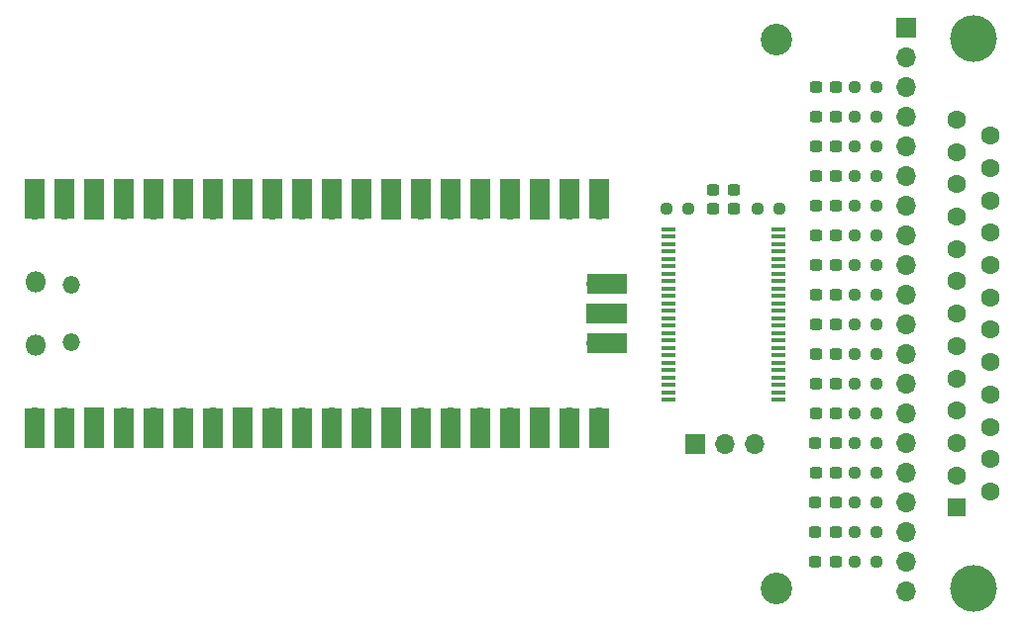
<source format=gbr>
%TF.GenerationSoftware,KiCad,Pcbnew,6.0.10-86aedd382b~118~ubuntu20.04.1*%
%TF.CreationDate,2022-12-31T17:49:26-08:00*%
%TF.ProjectId,parallel2usb,70617261-6c6c-4656-9c32-7573622e6b69,rev?*%
%TF.SameCoordinates,Original*%
%TF.FileFunction,Soldermask,Top*%
%TF.FilePolarity,Negative*%
%FSLAX46Y46*%
G04 Gerber Fmt 4.6, Leading zero omitted, Abs format (unit mm)*
G04 Created by KiCad (PCBNEW 6.0.10-86aedd382b~118~ubuntu20.04.1) date 2022-12-31 17:49:26*
%MOMM*%
%LPD*%
G01*
G04 APERTURE LIST*
G04 Aperture macros list*
%AMRoundRect*
0 Rectangle with rounded corners*
0 $1 Rounding radius*
0 $2 $3 $4 $5 $6 $7 $8 $9 X,Y pos of 4 corners*
0 Add a 4 corners polygon primitive as box body*
4,1,4,$2,$3,$4,$5,$6,$7,$8,$9,$2,$3,0*
0 Add four circle primitives for the rounded corners*
1,1,$1+$1,$2,$3*
1,1,$1+$1,$4,$5*
1,1,$1+$1,$6,$7*
1,1,$1+$1,$8,$9*
0 Add four rect primitives between the rounded corners*
20,1,$1+$1,$2,$3,$4,$5,0*
20,1,$1+$1,$4,$5,$6,$7,0*
20,1,$1+$1,$6,$7,$8,$9,0*
20,1,$1+$1,$8,$9,$2,$3,0*%
G04 Aperture macros list end*
%ADD10RoundRect,0.237500X0.300000X0.237500X-0.300000X0.237500X-0.300000X-0.237500X0.300000X-0.237500X0*%
%ADD11RoundRect,0.237500X-0.300000X-0.237500X0.300000X-0.237500X0.300000X0.237500X-0.300000X0.237500X0*%
%ADD12C,2.700000*%
%ADD13RoundRect,0.237500X0.250000X0.237500X-0.250000X0.237500X-0.250000X-0.237500X0.250000X-0.237500X0*%
%ADD14O,1.500000X1.500000*%
%ADD15O,1.800000X1.800000*%
%ADD16O,1.700000X1.700000*%
%ADD17R,1.700000X3.500000*%
%ADD18R,1.700000X1.700000*%
%ADD19R,3.500000X1.700000*%
%ADD20R,1.200000X0.400000*%
%ADD21C,4.000000*%
%ADD22R,1.600000X1.600000*%
%ADD23C,1.600000*%
%ADD24RoundRect,0.237500X-0.250000X-0.237500X0.250000X-0.237500X0.250000X0.237500X-0.250000X0.237500X0*%
G04 APERTURE END LIST*
D10*
%TO.C,C3*%
X188722000Y-82169000D03*
X186997000Y-82169000D03*
%TD*%
D11*
%TO.C,C19*%
X178234000Y-91033600D03*
X179959000Y-91033600D03*
%TD*%
D10*
%TO.C,C16*%
X188698500Y-112649000D03*
X186973500Y-112649000D03*
%TD*%
%TO.C,C17*%
X188696600Y-117729000D03*
X186971600Y-117729000D03*
%TD*%
D12*
%TO.C,H1*%
X183642000Y-78105000D03*
%TD*%
D13*
%TO.C,R9*%
X192151000Y-82169000D03*
X190326000Y-82169000D03*
%TD*%
D10*
%TO.C,C15*%
X188719800Y-115189000D03*
X186994800Y-115189000D03*
%TD*%
%TO.C,C12*%
X188722000Y-89789000D03*
X186997000Y-89789000D03*
%TD*%
D13*
%TO.C,R3*%
X192151000Y-97409000D03*
X190326000Y-97409000D03*
%TD*%
%TO.C,R12*%
X192151000Y-89789000D03*
X190326000Y-89789000D03*
%TD*%
D10*
%TO.C,C5*%
X188722000Y-97409000D03*
X186997000Y-97409000D03*
%TD*%
%TO.C,C11*%
X188722000Y-102489000D03*
X186997000Y-102489000D03*
%TD*%
D13*
%TO.C,R11*%
X192151000Y-87249000D03*
X190326000Y-87249000D03*
%TD*%
D14*
%TO.C,U2*%
X123354200Y-104025000D03*
X123354200Y-99175000D03*
D15*
X120324200Y-98875000D03*
X120324200Y-104325000D03*
D16*
X120194200Y-110490000D03*
D17*
X120194200Y-111390000D03*
X122734200Y-111390000D03*
D16*
X122734200Y-110490000D03*
D18*
X125274200Y-110490000D03*
D17*
X125274200Y-111390000D03*
X127814200Y-111390000D03*
D16*
X127814200Y-110490000D03*
X130354200Y-110490000D03*
D17*
X130354200Y-111390000D03*
X132894200Y-111390000D03*
D16*
X132894200Y-110490000D03*
X135434200Y-110490000D03*
D17*
X135434200Y-111390000D03*
D18*
X137974200Y-110490000D03*
D17*
X137974200Y-111390000D03*
D16*
X140514200Y-110490000D03*
D17*
X140514200Y-111390000D03*
D16*
X143054200Y-110490000D03*
D17*
X143054200Y-111390000D03*
D16*
X145594200Y-110490000D03*
D17*
X145594200Y-111390000D03*
X148134200Y-111390000D03*
D16*
X148134200Y-110490000D03*
D18*
X150674200Y-110490000D03*
D17*
X150674200Y-111390000D03*
X153214200Y-111390000D03*
D16*
X153214200Y-110490000D03*
D17*
X155754200Y-111390000D03*
D16*
X155754200Y-110490000D03*
X158294200Y-110490000D03*
D17*
X158294200Y-111390000D03*
X160834200Y-111390000D03*
D16*
X160834200Y-110490000D03*
D17*
X163374200Y-111390000D03*
D18*
X163374200Y-110490000D03*
D16*
X165914200Y-110490000D03*
D17*
X165914200Y-111390000D03*
D16*
X168454200Y-110490000D03*
D17*
X168454200Y-111390000D03*
D16*
X168454200Y-92710000D03*
D17*
X168454200Y-91810000D03*
D16*
X165914200Y-92710000D03*
D17*
X165914200Y-91810000D03*
D18*
X163374200Y-92710000D03*
D17*
X163374200Y-91810000D03*
D16*
X160834200Y-92710000D03*
D17*
X160834200Y-91810000D03*
X158294200Y-91810000D03*
D16*
X158294200Y-92710000D03*
D17*
X155754200Y-91810000D03*
D16*
X155754200Y-92710000D03*
X153214200Y-92710000D03*
D17*
X153214200Y-91810000D03*
D18*
X150674200Y-92710000D03*
D17*
X150674200Y-91810000D03*
X148134200Y-91810000D03*
D16*
X148134200Y-92710000D03*
X145594200Y-92710000D03*
D17*
X145594200Y-91810000D03*
X143054200Y-91810000D03*
D16*
X143054200Y-92710000D03*
D17*
X140514200Y-91810000D03*
D16*
X140514200Y-92710000D03*
D18*
X137974200Y-92710000D03*
D17*
X137974200Y-91810000D03*
X135434200Y-91810000D03*
D16*
X135434200Y-92710000D03*
X132894200Y-92710000D03*
D17*
X132894200Y-91810000D03*
X130354200Y-91810000D03*
D16*
X130354200Y-92710000D03*
X127814200Y-92710000D03*
D17*
X127814200Y-91810000D03*
X125274200Y-91810000D03*
D18*
X125274200Y-92710000D03*
D17*
X122734200Y-91810000D03*
D16*
X122734200Y-92710000D03*
D17*
X120194200Y-91810000D03*
D16*
X120194200Y-92710000D03*
D19*
X169124200Y-104140000D03*
D16*
X168224200Y-104140000D03*
D19*
X169124200Y-101600000D03*
D18*
X168224200Y-101600000D03*
D16*
X168224200Y-99060000D03*
D19*
X169124200Y-99060000D03*
%TD*%
D20*
%TO.C,U1*%
X174371000Y-94361000D03*
X174371000Y-94996000D03*
X174371000Y-95631000D03*
X174371000Y-96266000D03*
X174371000Y-96901000D03*
X174371000Y-97536000D03*
X174371000Y-98171000D03*
X174371000Y-98806000D03*
X174371000Y-99441000D03*
X174371000Y-100076000D03*
X174371000Y-100711000D03*
X174371000Y-101346000D03*
X174371000Y-101981000D03*
X174371000Y-102616000D03*
X174371000Y-103251000D03*
X174371000Y-103886000D03*
X174371000Y-104521000D03*
X174371000Y-105156000D03*
X174371000Y-105791000D03*
X174371000Y-106426000D03*
X174371000Y-107061000D03*
X174371000Y-107696000D03*
X174371000Y-108331000D03*
X174371000Y-108966000D03*
X183771000Y-108966000D03*
X183771000Y-108331000D03*
X183771000Y-107696000D03*
X183771000Y-107061000D03*
X183771000Y-106426000D03*
X183771000Y-105791000D03*
X183771000Y-105156000D03*
X183771000Y-104521000D03*
X183771000Y-103886000D03*
X183771000Y-103251000D03*
X183771000Y-102616000D03*
X183771000Y-101981000D03*
X183771000Y-101346000D03*
X183771000Y-100711000D03*
X183771000Y-100076000D03*
X183771000Y-99441000D03*
X183771000Y-98806000D03*
X183771000Y-98171000D03*
X183771000Y-97536000D03*
X183771000Y-96901000D03*
X183771000Y-96266000D03*
X183771000Y-95631000D03*
X183771000Y-94996000D03*
X183771000Y-94361000D03*
%TD*%
D13*
%TO.C,R16*%
X192151000Y-120269000D03*
X190326000Y-120269000D03*
%TD*%
D10*
%TO.C,C2*%
X188722000Y-94869000D03*
X186997000Y-94869000D03*
%TD*%
%TO.C,C4*%
X188722000Y-105029000D03*
X186997000Y-105029000D03*
%TD*%
%TO.C,C13*%
X188696600Y-122809000D03*
X186971600Y-122809000D03*
%TD*%
%TO.C,C9*%
X188722000Y-87249000D03*
X186997000Y-87249000D03*
%TD*%
D13*
%TO.C,R8*%
X192151000Y-117729000D03*
X190326000Y-117729000D03*
%TD*%
%TO.C,R6*%
X192151000Y-107569000D03*
X190326000Y-107569000D03*
%TD*%
D21*
%TO.C,J1*%
X200508000Y-78055000D03*
X200508000Y-125155000D03*
D22*
X199088000Y-118225000D03*
D23*
X199088000Y-115455000D03*
X199088000Y-112685000D03*
X199088000Y-109915000D03*
X199088000Y-107145000D03*
X199088000Y-104375000D03*
X199088000Y-101605000D03*
X199088000Y-98835000D03*
X199088000Y-96065000D03*
X199088000Y-93295000D03*
X199088000Y-90525000D03*
X199088000Y-87755000D03*
X199088000Y-84985000D03*
X201928000Y-116840000D03*
X201928000Y-114070000D03*
X201928000Y-111300000D03*
X201928000Y-108530000D03*
X201928000Y-105760000D03*
X201928000Y-102990000D03*
X201928000Y-100220000D03*
X201928000Y-97450000D03*
X201928000Y-94680000D03*
X201928000Y-91910000D03*
X201928000Y-89140000D03*
X201928000Y-86370000D03*
%TD*%
D13*
%TO.C,R2*%
X192151000Y-94869000D03*
X190326000Y-94869000D03*
%TD*%
%TO.C,R15*%
X192151000Y-110109000D03*
X190326000Y-110109000D03*
%TD*%
D10*
%TO.C,C10*%
X188696600Y-120269000D03*
X186971600Y-120269000D03*
%TD*%
%TO.C,C8*%
X188722000Y-99949000D03*
X186997000Y-99949000D03*
%TD*%
D13*
%TO.C,R14*%
X192151000Y-105029000D03*
X190326000Y-105029000D03*
%TD*%
%TO.C,R18*%
X176094400Y-92583000D03*
X174269400Y-92583000D03*
%TD*%
D18*
%TO.C,J3*%
X176672000Y-112776000D03*
D16*
X179212000Y-112776000D03*
X181752000Y-112776000D03*
%TD*%
D13*
%TO.C,R13*%
X192174500Y-115189000D03*
X190349500Y-115189000D03*
%TD*%
%TO.C,R10*%
X192151000Y-84709000D03*
X190326000Y-84709000D03*
%TD*%
D10*
%TO.C,C6*%
X188722000Y-84709000D03*
X186997000Y-84709000D03*
%TD*%
%TO.C,C14*%
X188722000Y-107569000D03*
X186997000Y-107569000D03*
%TD*%
%TO.C,C1*%
X188722000Y-92329000D03*
X186997000Y-92329000D03*
%TD*%
D24*
%TO.C,R19*%
X182045600Y-92583000D03*
X183870600Y-92583000D03*
%TD*%
D13*
%TO.C,R17*%
X192147200Y-122809000D03*
X190322200Y-122809000D03*
%TD*%
%TO.C,R7*%
X192151000Y-112649000D03*
X190326000Y-112649000D03*
%TD*%
D11*
%TO.C,C18*%
X178234000Y-92583000D03*
X179959000Y-92583000D03*
%TD*%
D10*
%TO.C,C7*%
X188722000Y-110109000D03*
X186997000Y-110109000D03*
%TD*%
D12*
%TO.C,H2*%
X183642000Y-125095000D03*
%TD*%
D13*
%TO.C,R1*%
X192151000Y-92329000D03*
X190326000Y-92329000D03*
%TD*%
%TO.C,R4*%
X192151000Y-99949000D03*
X190326000Y-99949000D03*
%TD*%
D18*
%TO.C,J2*%
X194770000Y-77089000D03*
D16*
X194770000Y-79629000D03*
X194770000Y-82169000D03*
X194770000Y-84709000D03*
X194770000Y-87249000D03*
X194770000Y-89789000D03*
X194770000Y-92329000D03*
X194770000Y-94869000D03*
X194770000Y-97409000D03*
X194770000Y-99949000D03*
X194770000Y-102489000D03*
X194770000Y-105029000D03*
X194770000Y-107569000D03*
X194770000Y-110109000D03*
X194770000Y-112649000D03*
X194770000Y-115189000D03*
X194770000Y-117729000D03*
X194770000Y-120269000D03*
X194770000Y-122809000D03*
X194770000Y-125349000D03*
%TD*%
D13*
%TO.C,R5*%
X192151000Y-102489000D03*
X190326000Y-102489000D03*
%TD*%
M02*

</source>
